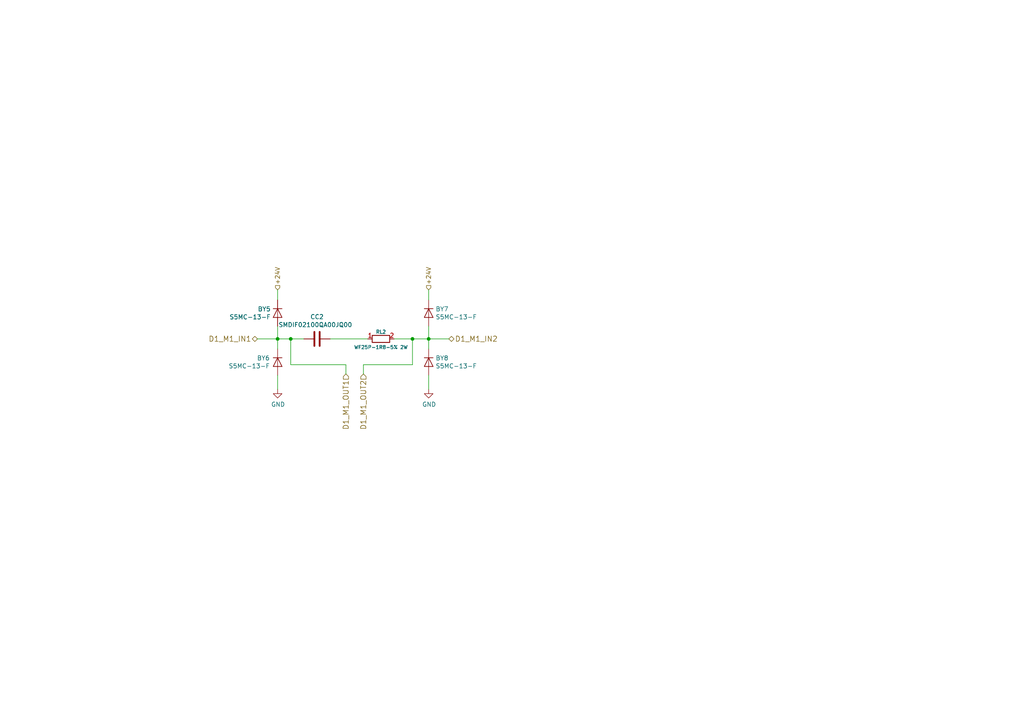
<source format=kicad_sch>
(kicad_sch (version 20201015) (generator eeschema)
  (paper "A4")
  (title_block (title "Ardumower shield SVN Version") (date "2021-01-18") (rev "1.4") (company "ML AG JL BS UZ") (comment 1 "Schaltplan und Layout UweZ"))
  (lib_symbols
    (symbol "ardumower-mega-shield-svn-rescue:C-RESCUE-ardumower_mega_shield_svn" (pin_numbers hide) (pin_names (offset 0.254))
      (property "Reference" "C" (at 0.635 2.54 0))
      (property "Value" "C-RESCUE-ardumower_mega_shield_svn" (at 0.635 -2.54 0))
      (symbol "C-RESCUE-ardumower_mega_shield_svn_0_1"
        (polyline (pts (xy -2.032 -0.762) (xy 2.032 -0.762)) (stroke (width 0.508)))
        (polyline (pts (xy -2.032 0.762) (xy 2.032 0.762)) (stroke (width 0.508)))
      )
      (symbol "C-RESCUE-ardumower_mega_shield_svn_1_1"
        (pin passive line (at 0 3.81 270) (length 2.794) (name "~") (number "1"))
        (pin passive line (at 0 -3.81 90) (length 2.794) (name "~") (number "2"))
      )
    )
    (symbol "ardumower-mega-shield-svn-rescue:D-RESCUE-ardumower_mega_shield_svn" (pin_numbers hide) (pin_names hide)
      (property "Reference" "D" (at 0 2.54 0))
      (property "Value" "D-RESCUE-ardumower_mega_shield_svn" (at 0 -2.54 0))
      (symbol "D-RESCUE-ardumower_mega_shield_svn_0_1"
        (polyline (pts (xy -1.27 1.27) (xy -1.27 -1.27)) (stroke (width 0.2032)))
        (polyline (pts (xy 1.27 0) (xy -1.27 0)))
        (polyline (pts (xy 1.27 1.27) (xy 1.27 -1.27) (xy -1.27 0) (xy 1.27 1.27)) (stroke (width 0.2032)))
      )
      (symbol "D-RESCUE-ardumower_mega_shield_svn_1_1"
        (pin passive line (at -3.81 0 0) (length 2.54) (name "K") (number "1"))
        (pin passive line (at 3.81 0 180) (length 2.54) (name "A") (number "2"))
      )
    )
    (symbol "ardumower-mega-shield-svn-rescue:GND-RESCUE-ardumower_mega_shield_svn" (power) (pin_names (offset 0))
      (property "Value" "GND-RESCUE-ardumower_mega_shield_svn" (at 0 -3.81 0))
      (symbol "GND-RESCUE-ardumower_mega_shield_svn_0_1"
        (polyline (pts (xy 0 0) (xy 0 -1.27) (xy 1.27 -1.27) (xy 0 -2.54) (xy -1.27 -1.27) (xy 0 -1.27)))
      )
      (symbol "GND-RESCUE-ardumower_mega_shield_svn_1_1"
        (pin power_in line (at 0 0 270) (length 0) hide (name "GND") (number "1"))
      )
    )
    (symbol "ardumower-mega-shield-svn-rescue:R-RESCUE-ardumower_mega_shield_svn" (pin_names (offset 0))
      (property "Reference" "R" (at 2.032 0 90))
      (property "Value" "R-RESCUE-ardumower_mega_shield_svn" (at 0 0 90))
      (symbol "R-RESCUE-ardumower_mega_shield_svn_0_1"
        (rectangle (start -1.016 -2.54) (end 1.016 2.54) (stroke (width 0.254)))
      )
      (symbol "R-RESCUE-ardumower_mega_shield_svn_1_1"
        (pin passive line (at 0 3.81 270) (length 1.27) (name "~") (number "1"))
        (pin passive line (at 0 -3.81 90) (length 1.27) (name "~") (number "2"))
      )
    )
  )
  (junction (at 80.518 98.298) (diameter 0.9144))
  (junction (at 84.328 98.298) (diameter 0.9144))
  (junction (at 119.634 98.298) (diameter 0.9144))
  (junction (at 124.333 98.298) (diameter 0.9144))
  (wire (pts (xy 74.676 98.298) (xy 80.518 98.298)))
  (wire (pts (xy 80.518 84.074) (xy 80.518 86.995)))
  (wire (pts (xy 80.518 94.615) (xy 80.518 98.298)))
  (wire (pts (xy 80.518 98.298) (xy 80.518 101.219)))
  (wire (pts (xy 80.518 98.298) (xy 84.328 98.298)))
  (wire (pts (xy 80.518 108.839) (xy 80.518 112.903)))
  (wire (pts (xy 84.328 98.298) (xy 84.328 105.791)))
  (wire (pts (xy 84.328 98.298) (xy 88.138 98.298)))
  (wire (pts (xy 84.328 105.791) (xy 100.33 105.791)))
  (wire (pts (xy 95.758 98.298) (xy 106.68 98.298)))
  (wire (pts (xy 100.33 105.791) (xy 100.33 108.458)))
  (wire (pts (xy 105.41 105.791) (xy 105.41 108.458)))
  (wire (pts (xy 105.41 105.791) (xy 119.634 105.791)))
  (wire (pts (xy 114.3 98.298) (xy 119.634 98.298)))
  (wire (pts (xy 119.634 98.298) (xy 119.634 105.791)))
  (wire (pts (xy 119.634 98.298) (xy 124.333 98.298)))
  (wire (pts (xy 124.333 84.074) (xy 124.333 86.995)))
  (wire (pts (xy 124.333 94.615) (xy 124.333 98.298)))
  (wire (pts (xy 124.333 98.298) (xy 124.333 101.219)))
  (wire (pts (xy 124.333 98.298) (xy 130.175 98.298)))
  (wire (pts (xy 124.333 108.839) (xy 124.333 112.903)))
  (hierarchical_label "D1_M1_IN1" (shape bidirectional) (at 74.676 98.298 180) (effects (font (size 1.524 1.524))))
  (hierarchical_label "+24V" (shape input) (at 80.518 84.074 90))
  (hierarchical_label "D1_M1_OUT1" (shape input) (at 100.33 108.458 270) (effects (font (size 1.524 1.524))))
  (hierarchical_label "D1_M1_OUT2" (shape input) (at 105.41 108.458 270) (effects (font (size 1.524 1.524))))
  (hierarchical_label "+24V" (shape input) (at 124.333 84.074 90))
  (hierarchical_label "D1_M1_IN2" (shape bidirectional) (at 130.175 98.298 0) (effects (font (size 1.524 1.524))))
  (symbol (lib_id "ardumower-mega-shield-svn-rescue:GND-RESCUE-ardumower_mega_shield_svn") (at 80.518 112.903 0) (unit 1)
    (property "Reference" "#PWR026" (effects hide))
    (property "Value" "GND" (at 80.645 117.2972 0))
  )
  (symbol (lib_id "ardumower-mega-shield-svn-rescue:GND-RESCUE-ardumower_mega_shield_svn") (at 124.333 112.903 0) (unit 1)
    (property "Reference" "#PWR025" (effects hide))
    (property "Value" "GND" (at 124.46 117.2972 0))
  )
  (symbol (lib_id "ardumower-mega-shield-svn-rescue:R-RESCUE-ardumower_mega_shield_svn") (at 110.49 98.298 90) (unit 1)
    (property "Reference" "RL2" (at 110.49 96.266 90) (effects (font (size 1.016 1.016))))
    (property "Value" "WF25P-1R8-5% 2W" (at 110.49 100.711 90) (effects (font (size 1.016 1.016))))
    (property "Footprint" "Resistor_SMD:R_2512_6332Metric" (effects hide))
    (property "Datasheet" "https://www.tme.eu/Document/dcea175af74a96da8f0c5f1e32b032d2/ASC_WF25-20-12P_V10.pdf" (effects hide))
    (property "Bestellnummer" "WF25P1R8JTL" (effects hide))
    (property "Technische Daten" "Widerstand SMD; 2512; 1.8Ω; 2W; ±5%; -55÷155°C " (effects hide))
    (property "Funktion" "Widerstand SMD; 2512; 1.8Ω; 2W; ±5%; -55÷155°C " (effects hide))
    (property "Bestelllink" "https://www.tme.eu/en/details/wf25p-1r8-5%25/2512-smd-resistors/walsin/wf25p1r8jtl/" (effects hide))
    (property "Bestücken (Assemble)" "JA (YES)" (effects hide))
    (property "Gehäuseart" "2512" (effects hide))
    (property "JLCPCB Basic / Extern" "1" (effects hide))
    (property "JLCPCB LCSC Part" "C25473" (effects hide))
  )
  (symbol (lib_id "ardumower-mega-shield-svn-rescue:D-RESCUE-ardumower_mega_shield_svn") (at 80.518 90.805 90) (mirror x) (unit 1)
    (property "Reference" "BY5" (at 78.5368 89.6366 90) (effects (justify left)))
    (property "Value" "S5MC-13-F" (at 78.5368 91.948 90) (effects (justify left)))
    (property "Footprint" "Diode_SMD:D_SMC" (effects hide))
    (property "Datasheet" "https://www.mouser.de/datasheet/2/115/ds16007-37966.pdf" (effects hide))
    (property "Gehäuseart" "SMC" (effects hide))
    (property "Bestelllink" "https://www.mouser.de/ProductDetail/Diodes-Incorporated/S5MC-13-F?qs=xKg2%2Fz3XHc%252B1zUvQcK7GkA==" (effects hide))
    (property "Technische Daten" "Gleichrichter 1000V 5A" (effects hide))
    (property "Bestellnummer" "Value" (effects hide))
    (property "JLCPCB LCSC Part" "C123929" (effects hide))
    (property "Hersteller Nummer" "S5MC-13-F " (effects hide))
    (property "Mouser Datenblatt" "https://www.mouser.de/datasheet/2/115/ds16007-37966.pdf" (effects hide))
    (property "Mouser Nummer" "621-S5MC-F " (effects hide))
    (property "Bestücken (Assemble)" "JA (YES)" (effects hide))
    (property "Funktion" "Gleichrichter 1000V 5A" (effects hide))
    (property "JLCPCB Basic / Extern" "1" (effects hide))
  )
  (symbol (lib_id "ardumower-mega-shield-svn-rescue:D-RESCUE-ardumower_mega_shield_svn") (at 80.518 105.029 270) (unit 1)
    (property "Reference" "BY6" (at 78.2828 103.8606 90) (effects (justify right)))
    (property "Value" "S5MC-13-F" (at 78.2828 106.172 90) (effects (justify right)))
    (property "Footprint" "Diode_SMD:D_SMC" (effects hide))
    (property "Datasheet" "https://www.mouser.de/datasheet/2/115/ds16007-37966.pdf" (effects hide))
    (property "Gehäuseart" "SMC" (effects hide))
    (property "Bestelllink" "https://www.mouser.de/ProductDetail/Diodes-Incorporated/S5MC-13-F?qs=xKg2%2Fz3XHc%252B1zUvQcK7GkA==" (effects hide))
    (property "Technische Daten" "Gleichrichter 1000V 5A" (effects hide))
    (property "Funktion" "Gleichrichter 1000V 5A" (effects hide))
    (property "Bestücken (Assemble)" "JA (YES)" (effects hide))
    (property "JLCPCB LCSC Part" "C123929" (effects hide))
    (property "Mouser Datenblatt" "https://www.mouser.de/datasheet/2/115/ds16007-37966.pdf" (effects hide))
    (property "Hersteller Nummer" "S5MC-13-F " (effects hide))
    (property "Bestellnummer" "Value" (effects hide))
    (property "JLCPCB Basic / Extern" "1" (effects hide))
  )
  (symbol (lib_id "ardumower-mega-shield-svn-rescue:D-RESCUE-ardumower_mega_shield_svn") (at 124.333 90.805 270) (unit 1)
    (property "Reference" "BY7" (at 126.3142 89.6366 90) (effects (justify left)))
    (property "Value" "S5MC-13-F" (at 126.3142 91.948 90) (effects (justify left)))
    (property "Footprint" "Diode_SMD:D_SMC" (effects hide))
    (property "Datasheet" "https://www.mouser.de/datasheet/2/115/ds16007-37966.pdf" (effects hide))
    (property "Gehäuseart" "SMC" (effects hide))
    (property "Bestelllink" "https://www.mouser.de/ProductDetail/Diodes-Incorporated/S5MC-13-F?qs=xKg2%2Fz3XHc%252B1zUvQcK7GkA==" (effects hide))
    (property "Technische Daten" "Gleichrichter 1000V 5A" (effects hide))
    (property "Bestellnummer" "Value" (effects hide))
    (property "JLCPCB LCSC Part" "C123929" (effects hide))
    (property "Hersteller Nummer" "S5MC-13-F " (effects hide))
    (property "Mouser Datenblatt" "https://www.mouser.de/datasheet/2/115/ds16007-37966.pdf" (effects hide))
    (property "Mouser Nummer" "621-S5MC-F " (effects hide))
    (property "Bestücken (Assemble)" "JA (YES)" (effects hide))
    (property "Funktion" "Gleichrichter 1000V 5A" (effects hide))
    (property "JLCPCB Basic / Extern" "1" (effects hide))
  )
  (symbol (lib_id "ardumower-mega-shield-svn-rescue:D-RESCUE-ardumower_mega_shield_svn") (at 124.333 105.029 270) (unit 1)
    (property "Reference" "BY8" (at 126.3142 103.8606 90) (effects (justify left)))
    (property "Value" "S5MC-13-F" (at 126.3142 106.172 90) (effects (justify left)))
    (property "Footprint" "Diode_SMD:D_SMC" (effects hide))
    (property "Datasheet" "https://www.mouser.de/datasheet/2/115/ds16007-37966.pdf" (effects hide))
    (property "Gehäuseart" "SMC" (effects hide))
    (property "Bestelllink" "https://www.mouser.de/ProductDetail/Diodes-Incorporated/S5MC-13-F?qs=xKg2%2Fz3XHc%252B1zUvQcK7GkA==" (effects hide))
    (property "Technische Daten" "Gleichrichter 1000V 5A" (effects hide))
    (property "Bestellnummer" "Value" (effects hide))
    (property "JLCPCB LCSC Part" "C123929" (effects hide))
    (property "Hersteller Nummer" "S5MC-13-F " (effects hide))
    (property "Mouser Datenblatt" "https://www.mouser.de/datasheet/2/115/ds16007-37966.pdf" (effects hide))
    (property "Mouser Nummer" "621-S5MC-F " (effects hide))
    (property "Bestücken (Assemble)" "JA (YES)" (effects hide))
    (property "Funktion" "Gleichrichter 1000V 5A" (effects hide))
    (property "JLCPCB Basic / Extern" "1" (effects hide))
  )
  (symbol (lib_id "ardumower-mega-shield-svn-rescue:C-RESCUE-ardumower_mega_shield_svn") (at 91.948 98.298 90) (unit 1)
    (property "Reference" "CC2" (at 91.948 91.8972 90))
    (property "Value" "SMDIF02100QA00JQ00 " (at 91.948 94.2086 90))
    (property "Footprint" "Capacitor_SMD:C_1206_3216Metric" (effects hide))
    (property "Datasheet" "https://www.mouser.de/datasheet/2/440/e_WIMA_SMD_PPS-1139945.pdf" (effects hide))
    (property "Gehäuseart" "1206" (effects hide))
    (property "Bestelllink" "https://www.mouser.de/ProductDetail/WIMA/SMDIF02100QA00JQ00?qs=KSac9zHBIo3rfA7nKOuWBw%3D%3D" (effects hide))
    (property "Technische Daten" "Film Capacitors 250V .01uF 5% TOL MAX REFLOW 250/C " (effects hide))
    (property "Mouser Datenblatt" "https://www.mouser.de/datasheet/2/440/e_WIMA_SMD_PPS-1139945.pdf" (effects hide))
    (property "Funktion" "Film Capacitors 250V .01uF 5% TOL MAX REFLOW 250/C" (effects hide))
    (property "Bestücken (Assemble)" "JA (YES)" (effects hide))
    (property "Bestellnummer" "Value" (effects hide))
    (property "JLCPCB Basic / Extern" "1" (effects hide))
    (property "JLCPCB LCSC Part" "C1944" (effects hide))
  )
)
</source>
